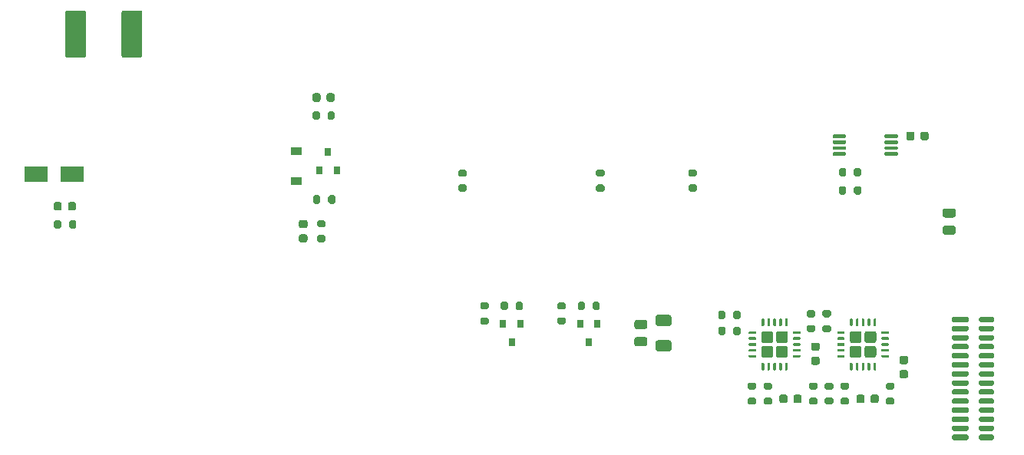
<source format=gbr>
%TF.GenerationSoftware,KiCad,Pcbnew,5.1.10*%
%TF.CreationDate,2021-12-07T00:10:18-05:00*%
%TF.ProjectId,oven-controller,6f76656e-2d63-46f6-9e74-726f6c6c6572,rev?*%
%TF.SameCoordinates,Original*%
%TF.FileFunction,Paste,Top*%
%TF.FilePolarity,Positive*%
%FSLAX46Y46*%
G04 Gerber Fmt 4.6, Leading zero omitted, Abs format (unit mm)*
G04 Created by KiCad (PCBNEW 5.1.10) date 2021-12-07 00:10:18*
%MOMM*%
%LPD*%
G01*
G04 APERTURE LIST*
%ADD10R,2.500000X1.800000*%
%ADD11R,1.200000X0.900000*%
%ADD12R,0.800000X0.900000*%
G04 APERTURE END LIST*
%TO.C,L2*%
G36*
G01*
X158950000Y-107870000D02*
X158950000Y-103130000D01*
G75*
G02*
X159180000Y-102900000I230000J0D01*
G01*
X161020000Y-102900000D01*
G75*
G02*
X161250000Y-103130000I0J-230000D01*
G01*
X161250000Y-107870000D01*
G75*
G02*
X161020000Y-108100000I-230000J0D01*
G01*
X159180000Y-108100000D01*
G75*
G02*
X158950000Y-107870000I0J230000D01*
G01*
G37*
G36*
G01*
X152750000Y-107870000D02*
X152750000Y-103130000D01*
G75*
G02*
X152980000Y-102900000I230000J0D01*
G01*
X154820000Y-102900000D01*
G75*
G02*
X155050000Y-103130000I0J-230000D01*
G01*
X155050000Y-107870000D01*
G75*
G02*
X154820000Y-108100000I-230000J0D01*
G01*
X152980000Y-108100000D01*
G75*
G02*
X152750000Y-107870000I0J230000D01*
G01*
G37*
%TD*%
%TO.C,C8*%
G36*
G01*
X235250000Y-141100000D02*
X235750000Y-141100000D01*
G75*
G02*
X235975000Y-141325000I0J-225000D01*
G01*
X235975000Y-141775000D01*
G75*
G02*
X235750000Y-142000000I-225000J0D01*
G01*
X235250000Y-142000000D01*
G75*
G02*
X235025000Y-141775000I0J225000D01*
G01*
X235025000Y-141325000D01*
G75*
G02*
X235250000Y-141100000I225000J0D01*
G01*
G37*
G36*
G01*
X235250000Y-139550000D02*
X235750000Y-139550000D01*
G75*
G02*
X235975000Y-139775000I0J-225000D01*
G01*
X235975000Y-140225000D01*
G75*
G02*
X235750000Y-140450000I-225000J0D01*
G01*
X235250000Y-140450000D01*
G75*
G02*
X235025000Y-140225000I0J225000D01*
G01*
X235025000Y-139775000D01*
G75*
G02*
X235250000Y-139550000I225000J0D01*
G01*
G37*
%TD*%
%TO.C,C9*%
G36*
G01*
X245000000Y-142575000D02*
X245500000Y-142575000D01*
G75*
G02*
X245725000Y-142800000I0J-225000D01*
G01*
X245725000Y-143250000D01*
G75*
G02*
X245500000Y-143475000I-225000J0D01*
G01*
X245000000Y-143475000D01*
G75*
G02*
X244775000Y-143250000I0J225000D01*
G01*
X244775000Y-142800000D01*
G75*
G02*
X245000000Y-142575000I225000J0D01*
G01*
G37*
G36*
G01*
X245000000Y-141025000D02*
X245500000Y-141025000D01*
G75*
G02*
X245725000Y-141250000I0J-225000D01*
G01*
X245725000Y-141700000D01*
G75*
G02*
X245500000Y-141925000I-225000J0D01*
G01*
X245000000Y-141925000D01*
G75*
G02*
X244775000Y-141700000I0J225000D01*
G01*
X244775000Y-141250000D01*
G75*
G02*
X245000000Y-141025000I225000J0D01*
G01*
G37*
%TD*%
%TO.C,C10*%
G36*
G01*
X233075000Y-146000000D02*
X233075000Y-145500000D01*
G75*
G02*
X233300000Y-145275000I225000J0D01*
G01*
X233750000Y-145275000D01*
G75*
G02*
X233975000Y-145500000I0J-225000D01*
G01*
X233975000Y-146000000D01*
G75*
G02*
X233750000Y-146225000I-225000J0D01*
G01*
X233300000Y-146225000D01*
G75*
G02*
X233075000Y-146000000I0J225000D01*
G01*
G37*
G36*
G01*
X231525000Y-146000000D02*
X231525000Y-145500000D01*
G75*
G02*
X231750000Y-145275000I225000J0D01*
G01*
X232200000Y-145275000D01*
G75*
G02*
X232425000Y-145500000I0J-225000D01*
G01*
X232425000Y-146000000D01*
G75*
G02*
X232200000Y-146225000I-225000J0D01*
G01*
X231750000Y-146225000D01*
G75*
G02*
X231525000Y-146000000I0J225000D01*
G01*
G37*
%TD*%
%TO.C,C12*%
G36*
G01*
X181575000Y-112750000D02*
X181575000Y-112250000D01*
G75*
G02*
X181800000Y-112025000I225000J0D01*
G01*
X182250000Y-112025000D01*
G75*
G02*
X182475000Y-112250000I0J-225000D01*
G01*
X182475000Y-112750000D01*
G75*
G02*
X182250000Y-112975000I-225000J0D01*
G01*
X181800000Y-112975000D01*
G75*
G02*
X181575000Y-112750000I0J225000D01*
G01*
G37*
G36*
G01*
X180025000Y-112750000D02*
X180025000Y-112250000D01*
G75*
G02*
X180250000Y-112025000I225000J0D01*
G01*
X180700000Y-112025000D01*
G75*
G02*
X180925000Y-112250000I0J-225000D01*
G01*
X180925000Y-112750000D01*
G75*
G02*
X180700000Y-112975000I-225000J0D01*
G01*
X180250000Y-112975000D01*
G75*
G02*
X180025000Y-112750000I0J225000D01*
G01*
G37*
%TD*%
%TO.C,C11*%
G36*
G01*
X241575000Y-146000000D02*
X241575000Y-145500000D01*
G75*
G02*
X241800000Y-145275000I225000J0D01*
G01*
X242250000Y-145275000D01*
G75*
G02*
X242475000Y-145500000I0J-225000D01*
G01*
X242475000Y-146000000D01*
G75*
G02*
X242250000Y-146225000I-225000J0D01*
G01*
X241800000Y-146225000D01*
G75*
G02*
X241575000Y-146000000I0J225000D01*
G01*
G37*
G36*
G01*
X240025000Y-146000000D02*
X240025000Y-145500000D01*
G75*
G02*
X240250000Y-145275000I225000J0D01*
G01*
X240700000Y-145275000D01*
G75*
G02*
X240925000Y-145500000I0J-225000D01*
G01*
X240925000Y-146000000D01*
G75*
G02*
X240700000Y-146225000I-225000J0D01*
G01*
X240250000Y-146225000D01*
G75*
G02*
X240025000Y-146000000I0J225000D01*
G01*
G37*
%TD*%
%TO.C,C13*%
G36*
G01*
X247075000Y-117000000D02*
X247075000Y-116500000D01*
G75*
G02*
X247300000Y-116275000I225000J0D01*
G01*
X247750000Y-116275000D01*
G75*
G02*
X247975000Y-116500000I0J-225000D01*
G01*
X247975000Y-117000000D01*
G75*
G02*
X247750000Y-117225000I-225000J0D01*
G01*
X247300000Y-117225000D01*
G75*
G02*
X247075000Y-117000000I0J225000D01*
G01*
G37*
G36*
G01*
X245525000Y-117000000D02*
X245525000Y-116500000D01*
G75*
G02*
X245750000Y-116275000I225000J0D01*
G01*
X246200000Y-116275000D01*
G75*
G02*
X246425000Y-116500000I0J-225000D01*
G01*
X246425000Y-117000000D01*
G75*
G02*
X246200000Y-117225000I-225000J0D01*
G01*
X245750000Y-117225000D01*
G75*
G02*
X245525000Y-117000000I0J225000D01*
G01*
G37*
%TD*%
%TO.C,D2*%
G36*
G01*
X153062500Y-124756250D02*
X153062500Y-124243750D01*
G75*
G02*
X153281250Y-124025000I218750J0D01*
G01*
X153718750Y-124025000D01*
G75*
G02*
X153937500Y-124243750I0J-218750D01*
G01*
X153937500Y-124756250D01*
G75*
G02*
X153718750Y-124975000I-218750J0D01*
G01*
X153281250Y-124975000D01*
G75*
G02*
X153062500Y-124756250I0J218750D01*
G01*
G37*
G36*
G01*
X151487500Y-124756250D02*
X151487500Y-124243750D01*
G75*
G02*
X151706250Y-124025000I218750J0D01*
G01*
X152143750Y-124025000D01*
G75*
G02*
X152362500Y-124243750I0J-218750D01*
G01*
X152362500Y-124756250D01*
G75*
G02*
X152143750Y-124975000I-218750J0D01*
G01*
X151706250Y-124975000D01*
G75*
G02*
X151487500Y-124756250I0J218750D01*
G01*
G37*
%TD*%
D10*
%TO.C,D3*%
X149500000Y-121000000D03*
X153500000Y-121000000D03*
%TD*%
D11*
%TO.C,D1*%
X178250000Y-118450000D03*
X178250000Y-121750000D03*
%TD*%
%TO.C,D4*%
G36*
G01*
X179256250Y-126900000D02*
X178743750Y-126900000D01*
G75*
G02*
X178525000Y-126681250I0J218750D01*
G01*
X178525000Y-126243750D01*
G75*
G02*
X178743750Y-126025000I218750J0D01*
G01*
X179256250Y-126025000D01*
G75*
G02*
X179475000Y-126243750I0J-218750D01*
G01*
X179475000Y-126681250D01*
G75*
G02*
X179256250Y-126900000I-218750J0D01*
G01*
G37*
G36*
G01*
X179256250Y-128475000D02*
X178743750Y-128475000D01*
G75*
G02*
X178525000Y-128256250I0J218750D01*
G01*
X178525000Y-127818750D01*
G75*
G02*
X178743750Y-127600000I218750J0D01*
G01*
X179256250Y-127600000D01*
G75*
G02*
X179475000Y-127818750I0J-218750D01*
G01*
X179475000Y-128256250D01*
G75*
G02*
X179256250Y-128475000I-218750J0D01*
G01*
G37*
%TD*%
%TO.C,F2*%
G36*
G01*
X219375000Y-137725000D02*
X218125000Y-137725000D01*
G75*
G02*
X217875000Y-137475000I0J250000D01*
G01*
X217875000Y-136725000D01*
G75*
G02*
X218125000Y-136475000I250000J0D01*
G01*
X219375000Y-136475000D01*
G75*
G02*
X219625000Y-136725000I0J-250000D01*
G01*
X219625000Y-137475000D01*
G75*
G02*
X219375000Y-137725000I-250000J0D01*
G01*
G37*
G36*
G01*
X219375000Y-140525000D02*
X218125000Y-140525000D01*
G75*
G02*
X217875000Y-140275000I0J250000D01*
G01*
X217875000Y-139525000D01*
G75*
G02*
X218125000Y-139275000I250000J0D01*
G01*
X219375000Y-139275000D01*
G75*
G02*
X219625000Y-139525000I0J-250000D01*
G01*
X219625000Y-140275000D01*
G75*
G02*
X219375000Y-140525000I-250000J0D01*
G01*
G37*
%TD*%
%TO.C,R6*%
G36*
G01*
X196300000Y-122100000D02*
X196850000Y-122100000D01*
G75*
G02*
X197050000Y-122300000I0J-200000D01*
G01*
X197050000Y-122700000D01*
G75*
G02*
X196850000Y-122900000I-200000J0D01*
G01*
X196300000Y-122900000D01*
G75*
G02*
X196100000Y-122700000I0J200000D01*
G01*
X196100000Y-122300000D01*
G75*
G02*
X196300000Y-122100000I200000J0D01*
G01*
G37*
G36*
G01*
X196300000Y-120450000D02*
X196850000Y-120450000D01*
G75*
G02*
X197050000Y-120650000I0J-200000D01*
G01*
X197050000Y-121050000D01*
G75*
G02*
X196850000Y-121250000I-200000J0D01*
G01*
X196300000Y-121250000D01*
G75*
G02*
X196100000Y-121050000I0J200000D01*
G01*
X196100000Y-120650000D01*
G75*
G02*
X196300000Y-120450000I200000J0D01*
G01*
G37*
%TD*%
%TO.C,R20*%
G36*
G01*
X210075000Y-135225000D02*
X210075000Y-135775000D01*
G75*
G02*
X209875000Y-135975000I-200000J0D01*
G01*
X209475000Y-135975000D01*
G75*
G02*
X209275000Y-135775000I0J200000D01*
G01*
X209275000Y-135225000D01*
G75*
G02*
X209475000Y-135025000I200000J0D01*
G01*
X209875000Y-135025000D01*
G75*
G02*
X210075000Y-135225000I0J-200000D01*
G01*
G37*
G36*
G01*
X211725000Y-135225000D02*
X211725000Y-135775000D01*
G75*
G02*
X211525000Y-135975000I-200000J0D01*
G01*
X211125000Y-135975000D01*
G75*
G02*
X210925000Y-135775000I0J200000D01*
G01*
X210925000Y-135225000D01*
G75*
G02*
X211125000Y-135025000I200000J0D01*
G01*
X211525000Y-135025000D01*
G75*
G02*
X211725000Y-135225000I0J-200000D01*
G01*
G37*
%TD*%
%TO.C,R21*%
G36*
G01*
X207225000Y-136750000D02*
X207775000Y-136750000D01*
G75*
G02*
X207975000Y-136950000I0J-200000D01*
G01*
X207975000Y-137350000D01*
G75*
G02*
X207775000Y-137550000I-200000J0D01*
G01*
X207225000Y-137550000D01*
G75*
G02*
X207025000Y-137350000I0J200000D01*
G01*
X207025000Y-136950000D01*
G75*
G02*
X207225000Y-136750000I200000J0D01*
G01*
G37*
G36*
G01*
X207225000Y-135100000D02*
X207775000Y-135100000D01*
G75*
G02*
X207975000Y-135300000I0J-200000D01*
G01*
X207975000Y-135700000D01*
G75*
G02*
X207775000Y-135900000I-200000J0D01*
G01*
X207225000Y-135900000D01*
G75*
G02*
X207025000Y-135700000I0J200000D01*
G01*
X207025000Y-135300000D01*
G75*
G02*
X207225000Y-135100000I200000J0D01*
G01*
G37*
%TD*%
%TO.C,R4*%
G36*
G01*
X153175000Y-126775000D02*
X153175000Y-126225000D01*
G75*
G02*
X153375000Y-126025000I200000J0D01*
G01*
X153775000Y-126025000D01*
G75*
G02*
X153975000Y-126225000I0J-200000D01*
G01*
X153975000Y-126775000D01*
G75*
G02*
X153775000Y-126975000I-200000J0D01*
G01*
X153375000Y-126975000D01*
G75*
G02*
X153175000Y-126775000I0J200000D01*
G01*
G37*
G36*
G01*
X151525000Y-126775000D02*
X151525000Y-126225000D01*
G75*
G02*
X151725000Y-126025000I200000J0D01*
G01*
X152125000Y-126025000D01*
G75*
G02*
X152325000Y-126225000I0J-200000D01*
G01*
X152325000Y-126775000D01*
G75*
G02*
X152125000Y-126975000I-200000J0D01*
G01*
X151725000Y-126975000D01*
G75*
G02*
X151525000Y-126775000I0J200000D01*
G01*
G37*
%TD*%
%TO.C,R15*%
G36*
G01*
X201575000Y-135225000D02*
X201575000Y-135775000D01*
G75*
G02*
X201375000Y-135975000I-200000J0D01*
G01*
X200975000Y-135975000D01*
G75*
G02*
X200775000Y-135775000I0J200000D01*
G01*
X200775000Y-135225000D01*
G75*
G02*
X200975000Y-135025000I200000J0D01*
G01*
X201375000Y-135025000D01*
G75*
G02*
X201575000Y-135225000I0J-200000D01*
G01*
G37*
G36*
G01*
X203225000Y-135225000D02*
X203225000Y-135775000D01*
G75*
G02*
X203025000Y-135975000I-200000J0D01*
G01*
X202625000Y-135975000D01*
G75*
G02*
X202425000Y-135775000I0J200000D01*
G01*
X202425000Y-135225000D01*
G75*
G02*
X202625000Y-135025000I200000J0D01*
G01*
X203025000Y-135025000D01*
G75*
G02*
X203225000Y-135225000I0J-200000D01*
G01*
G37*
%TD*%
%TO.C,R17*%
G36*
G01*
X198725000Y-136750000D02*
X199275000Y-136750000D01*
G75*
G02*
X199475000Y-136950000I0J-200000D01*
G01*
X199475000Y-137350000D01*
G75*
G02*
X199275000Y-137550000I-200000J0D01*
G01*
X198725000Y-137550000D01*
G75*
G02*
X198525000Y-137350000I0J200000D01*
G01*
X198525000Y-136950000D01*
G75*
G02*
X198725000Y-136750000I200000J0D01*
G01*
G37*
G36*
G01*
X198725000Y-135100000D02*
X199275000Y-135100000D01*
G75*
G02*
X199475000Y-135300000I0J-200000D01*
G01*
X199475000Y-135700000D01*
G75*
G02*
X199275000Y-135900000I-200000J0D01*
G01*
X198725000Y-135900000D01*
G75*
G02*
X198525000Y-135700000I0J200000D01*
G01*
X198525000Y-135300000D01*
G75*
G02*
X198725000Y-135100000I200000J0D01*
G01*
G37*
%TD*%
%TO.C,R7*%
G36*
G01*
X221675000Y-122100000D02*
X222225000Y-122100000D01*
G75*
G02*
X222425000Y-122300000I0J-200000D01*
G01*
X222425000Y-122700000D01*
G75*
G02*
X222225000Y-122900000I-200000J0D01*
G01*
X221675000Y-122900000D01*
G75*
G02*
X221475000Y-122700000I0J200000D01*
G01*
X221475000Y-122300000D01*
G75*
G02*
X221675000Y-122100000I200000J0D01*
G01*
G37*
G36*
G01*
X221675000Y-120450000D02*
X222225000Y-120450000D01*
G75*
G02*
X222425000Y-120650000I0J-200000D01*
G01*
X222425000Y-121050000D01*
G75*
G02*
X222225000Y-121250000I-200000J0D01*
G01*
X221675000Y-121250000D01*
G75*
G02*
X221475000Y-121050000I0J200000D01*
G01*
X221475000Y-120650000D01*
G75*
G02*
X221675000Y-120450000I200000J0D01*
G01*
G37*
%TD*%
%TO.C,R11*%
G36*
G01*
X228775000Y-144750000D02*
X228225000Y-144750000D01*
G75*
G02*
X228025000Y-144550000I0J200000D01*
G01*
X228025000Y-144150000D01*
G75*
G02*
X228225000Y-143950000I200000J0D01*
G01*
X228775000Y-143950000D01*
G75*
G02*
X228975000Y-144150000I0J-200000D01*
G01*
X228975000Y-144550000D01*
G75*
G02*
X228775000Y-144750000I-200000J0D01*
G01*
G37*
G36*
G01*
X228775000Y-146400000D02*
X228225000Y-146400000D01*
G75*
G02*
X228025000Y-146200000I0J200000D01*
G01*
X228025000Y-145800000D01*
G75*
G02*
X228225000Y-145600000I200000J0D01*
G01*
X228775000Y-145600000D01*
G75*
G02*
X228975000Y-145800000I0J-200000D01*
G01*
X228975000Y-146200000D01*
G75*
G02*
X228775000Y-146400000I-200000J0D01*
G01*
G37*
%TD*%
%TO.C,R12*%
G36*
G01*
X229975000Y-145600000D02*
X230525000Y-145600000D01*
G75*
G02*
X230725000Y-145800000I0J-200000D01*
G01*
X230725000Y-146200000D01*
G75*
G02*
X230525000Y-146400000I-200000J0D01*
G01*
X229975000Y-146400000D01*
G75*
G02*
X229775000Y-146200000I0J200000D01*
G01*
X229775000Y-145800000D01*
G75*
G02*
X229975000Y-145600000I200000J0D01*
G01*
G37*
G36*
G01*
X229975000Y-143950000D02*
X230525000Y-143950000D01*
G75*
G02*
X230725000Y-144150000I0J-200000D01*
G01*
X230725000Y-144550000D01*
G75*
G02*
X230525000Y-144750000I-200000J0D01*
G01*
X229975000Y-144750000D01*
G75*
G02*
X229775000Y-144550000I0J200000D01*
G01*
X229775000Y-144150000D01*
G75*
G02*
X229975000Y-143950000I200000J0D01*
G01*
G37*
%TD*%
%TO.C,R3*%
G36*
G01*
X181750000Y-124025000D02*
X181750000Y-123475000D01*
G75*
G02*
X181950000Y-123275000I200000J0D01*
G01*
X182350000Y-123275000D01*
G75*
G02*
X182550000Y-123475000I0J-200000D01*
G01*
X182550000Y-124025000D01*
G75*
G02*
X182350000Y-124225000I-200000J0D01*
G01*
X181950000Y-124225000D01*
G75*
G02*
X181750000Y-124025000I0J200000D01*
G01*
G37*
G36*
G01*
X180100000Y-124025000D02*
X180100000Y-123475000D01*
G75*
G02*
X180300000Y-123275000I200000J0D01*
G01*
X180700000Y-123275000D01*
G75*
G02*
X180900000Y-123475000I0J-200000D01*
G01*
X180900000Y-124025000D01*
G75*
G02*
X180700000Y-124225000I-200000J0D01*
G01*
X180300000Y-124225000D01*
G75*
G02*
X180100000Y-124025000I0J200000D01*
G01*
G37*
%TD*%
%TO.C,R5*%
G36*
G01*
X180725000Y-127675000D02*
X181275000Y-127675000D01*
G75*
G02*
X181475000Y-127875000I0J-200000D01*
G01*
X181475000Y-128275000D01*
G75*
G02*
X181275000Y-128475000I-200000J0D01*
G01*
X180725000Y-128475000D01*
G75*
G02*
X180525000Y-128275000I0J200000D01*
G01*
X180525000Y-127875000D01*
G75*
G02*
X180725000Y-127675000I200000J0D01*
G01*
G37*
G36*
G01*
X180725000Y-126025000D02*
X181275000Y-126025000D01*
G75*
G02*
X181475000Y-126225000I0J-200000D01*
G01*
X181475000Y-126625000D01*
G75*
G02*
X181275000Y-126825000I-200000J0D01*
G01*
X180725000Y-126825000D01*
G75*
G02*
X180525000Y-126625000I0J200000D01*
G01*
X180525000Y-126225000D01*
G75*
G02*
X180725000Y-126025000I200000J0D01*
G01*
G37*
%TD*%
%TO.C,R13*%
G36*
G01*
X226425000Y-136775000D02*
X226425000Y-136225000D01*
G75*
G02*
X226625000Y-136025000I200000J0D01*
G01*
X227025000Y-136025000D01*
G75*
G02*
X227225000Y-136225000I0J-200000D01*
G01*
X227225000Y-136775000D01*
G75*
G02*
X227025000Y-136975000I-200000J0D01*
G01*
X226625000Y-136975000D01*
G75*
G02*
X226425000Y-136775000I0J200000D01*
G01*
G37*
G36*
G01*
X224775000Y-136775000D02*
X224775000Y-136225000D01*
G75*
G02*
X224975000Y-136025000I200000J0D01*
G01*
X225375000Y-136025000D01*
G75*
G02*
X225575000Y-136225000I0J-200000D01*
G01*
X225575000Y-136775000D01*
G75*
G02*
X225375000Y-136975000I-200000J0D01*
G01*
X224975000Y-136975000D01*
G75*
G02*
X224775000Y-136775000I0J200000D01*
G01*
G37*
%TD*%
%TO.C,R14*%
G36*
G01*
X235525000Y-144750000D02*
X234975000Y-144750000D01*
G75*
G02*
X234775000Y-144550000I0J200000D01*
G01*
X234775000Y-144150000D01*
G75*
G02*
X234975000Y-143950000I200000J0D01*
G01*
X235525000Y-143950000D01*
G75*
G02*
X235725000Y-144150000I0J-200000D01*
G01*
X235725000Y-144550000D01*
G75*
G02*
X235525000Y-144750000I-200000J0D01*
G01*
G37*
G36*
G01*
X235525000Y-146400000D02*
X234975000Y-146400000D01*
G75*
G02*
X234775000Y-146200000I0J200000D01*
G01*
X234775000Y-145800000D01*
G75*
G02*
X234975000Y-145600000I200000J0D01*
G01*
X235525000Y-145600000D01*
G75*
G02*
X235725000Y-145800000I0J-200000D01*
G01*
X235725000Y-146200000D01*
G75*
G02*
X235525000Y-146400000I-200000J0D01*
G01*
G37*
%TD*%
%TO.C,R16*%
G36*
G01*
X225575000Y-137975000D02*
X225575000Y-138525000D01*
G75*
G02*
X225375000Y-138725000I-200000J0D01*
G01*
X224975000Y-138725000D01*
G75*
G02*
X224775000Y-138525000I0J200000D01*
G01*
X224775000Y-137975000D01*
G75*
G02*
X224975000Y-137775000I200000J0D01*
G01*
X225375000Y-137775000D01*
G75*
G02*
X225575000Y-137975000I0J-200000D01*
G01*
G37*
G36*
G01*
X227225000Y-137975000D02*
X227225000Y-138525000D01*
G75*
G02*
X227025000Y-138725000I-200000J0D01*
G01*
X226625000Y-138725000D01*
G75*
G02*
X226425000Y-138525000I0J200000D01*
G01*
X226425000Y-137975000D01*
G75*
G02*
X226625000Y-137775000I200000J0D01*
G01*
X227025000Y-137775000D01*
G75*
G02*
X227225000Y-137975000I0J-200000D01*
G01*
G37*
%TD*%
%TO.C,R22*%
G36*
G01*
X181675000Y-114775000D02*
X181675000Y-114225000D01*
G75*
G02*
X181875000Y-114025000I200000J0D01*
G01*
X182275000Y-114025000D01*
G75*
G02*
X182475000Y-114225000I0J-200000D01*
G01*
X182475000Y-114775000D01*
G75*
G02*
X182275000Y-114975000I-200000J0D01*
G01*
X181875000Y-114975000D01*
G75*
G02*
X181675000Y-114775000I0J200000D01*
G01*
G37*
G36*
G01*
X180025000Y-114775000D02*
X180025000Y-114225000D01*
G75*
G02*
X180225000Y-114025000I200000J0D01*
G01*
X180625000Y-114025000D01*
G75*
G02*
X180825000Y-114225000I0J-200000D01*
G01*
X180825000Y-114775000D01*
G75*
G02*
X180625000Y-114975000I-200000J0D01*
G01*
X180225000Y-114975000D01*
G75*
G02*
X180025000Y-114775000I0J200000D01*
G01*
G37*
%TD*%
%TO.C,R18*%
G36*
G01*
X237275000Y-144750000D02*
X236725000Y-144750000D01*
G75*
G02*
X236525000Y-144550000I0J200000D01*
G01*
X236525000Y-144150000D01*
G75*
G02*
X236725000Y-143950000I200000J0D01*
G01*
X237275000Y-143950000D01*
G75*
G02*
X237475000Y-144150000I0J-200000D01*
G01*
X237475000Y-144550000D01*
G75*
G02*
X237275000Y-144750000I-200000J0D01*
G01*
G37*
G36*
G01*
X237275000Y-146400000D02*
X236725000Y-146400000D01*
G75*
G02*
X236525000Y-146200000I0J200000D01*
G01*
X236525000Y-145800000D01*
G75*
G02*
X236725000Y-145600000I200000J0D01*
G01*
X237275000Y-145600000D01*
G75*
G02*
X237475000Y-145800000I0J-200000D01*
G01*
X237475000Y-146200000D01*
G75*
G02*
X237275000Y-146400000I-200000J0D01*
G01*
G37*
%TD*%
%TO.C,R19*%
G36*
G01*
X238475000Y-145600000D02*
X239025000Y-145600000D01*
G75*
G02*
X239225000Y-145800000I0J-200000D01*
G01*
X239225000Y-146200000D01*
G75*
G02*
X239025000Y-146400000I-200000J0D01*
G01*
X238475000Y-146400000D01*
G75*
G02*
X238275000Y-146200000I0J200000D01*
G01*
X238275000Y-145800000D01*
G75*
G02*
X238475000Y-145600000I200000J0D01*
G01*
G37*
G36*
G01*
X238475000Y-143950000D02*
X239025000Y-143950000D01*
G75*
G02*
X239225000Y-144150000I0J-200000D01*
G01*
X239225000Y-144550000D01*
G75*
G02*
X239025000Y-144750000I-200000J0D01*
G01*
X238475000Y-144750000D01*
G75*
G02*
X238275000Y-144550000I0J200000D01*
G01*
X238275000Y-144150000D01*
G75*
G02*
X238475000Y-143950000I200000J0D01*
G01*
G37*
%TD*%
%TO.C,R23*%
G36*
G01*
X234725000Y-137600000D02*
X235275000Y-137600000D01*
G75*
G02*
X235475000Y-137800000I0J-200000D01*
G01*
X235475000Y-138200000D01*
G75*
G02*
X235275000Y-138400000I-200000J0D01*
G01*
X234725000Y-138400000D01*
G75*
G02*
X234525000Y-138200000I0J200000D01*
G01*
X234525000Y-137800000D01*
G75*
G02*
X234725000Y-137600000I200000J0D01*
G01*
G37*
G36*
G01*
X234725000Y-135950000D02*
X235275000Y-135950000D01*
G75*
G02*
X235475000Y-136150000I0J-200000D01*
G01*
X235475000Y-136550000D01*
G75*
G02*
X235275000Y-136750000I-200000J0D01*
G01*
X234725000Y-136750000D01*
G75*
G02*
X234525000Y-136550000I0J200000D01*
G01*
X234525000Y-136150000D01*
G75*
G02*
X234725000Y-135950000I200000J0D01*
G01*
G37*
%TD*%
%TO.C,R24*%
G36*
G01*
X244025000Y-144750000D02*
X243475000Y-144750000D01*
G75*
G02*
X243275000Y-144550000I0J200000D01*
G01*
X243275000Y-144150000D01*
G75*
G02*
X243475000Y-143950000I200000J0D01*
G01*
X244025000Y-143950000D01*
G75*
G02*
X244225000Y-144150000I0J-200000D01*
G01*
X244225000Y-144550000D01*
G75*
G02*
X244025000Y-144750000I-200000J0D01*
G01*
G37*
G36*
G01*
X244025000Y-146400000D02*
X243475000Y-146400000D01*
G75*
G02*
X243275000Y-146200000I0J200000D01*
G01*
X243275000Y-145800000D01*
G75*
G02*
X243475000Y-145600000I200000J0D01*
G01*
X244025000Y-145600000D01*
G75*
G02*
X244225000Y-145800000I0J-200000D01*
G01*
X244225000Y-146200000D01*
G75*
G02*
X244025000Y-146400000I-200000J0D01*
G01*
G37*
%TD*%
%TO.C,R25*%
G36*
G01*
X237025000Y-136750000D02*
X236475000Y-136750000D01*
G75*
G02*
X236275000Y-136550000I0J200000D01*
G01*
X236275000Y-136150000D01*
G75*
G02*
X236475000Y-135950000I200000J0D01*
G01*
X237025000Y-135950000D01*
G75*
G02*
X237225000Y-136150000I0J-200000D01*
G01*
X237225000Y-136550000D01*
G75*
G02*
X237025000Y-136750000I-200000J0D01*
G01*
G37*
G36*
G01*
X237025000Y-138400000D02*
X236475000Y-138400000D01*
G75*
G02*
X236275000Y-138200000I0J200000D01*
G01*
X236275000Y-137800000D01*
G75*
G02*
X236475000Y-137600000I200000J0D01*
G01*
X237025000Y-137600000D01*
G75*
G02*
X237225000Y-137800000I0J-200000D01*
G01*
X237225000Y-138200000D01*
G75*
G02*
X237025000Y-138400000I-200000J0D01*
G01*
G37*
%TD*%
%TO.C,U2*%
G36*
G01*
X232215000Y-139595000D02*
X231405000Y-139595000D01*
G75*
G02*
X231155000Y-139345000I0J250000D01*
G01*
X231155000Y-138535000D01*
G75*
G02*
X231405000Y-138285000I250000J0D01*
G01*
X232215000Y-138285000D01*
G75*
G02*
X232465000Y-138535000I0J-250000D01*
G01*
X232465000Y-139345000D01*
G75*
G02*
X232215000Y-139595000I-250000J0D01*
G01*
G37*
G36*
G01*
X230595000Y-139595000D02*
X229785000Y-139595000D01*
G75*
G02*
X229535000Y-139345000I0J250000D01*
G01*
X229535000Y-138535000D01*
G75*
G02*
X229785000Y-138285000I250000J0D01*
G01*
X230595000Y-138285000D01*
G75*
G02*
X230845000Y-138535000I0J-250000D01*
G01*
X230845000Y-139345000D01*
G75*
G02*
X230595000Y-139595000I-250000J0D01*
G01*
G37*
G36*
G01*
X232215000Y-141215000D02*
X231405000Y-141215000D01*
G75*
G02*
X231155000Y-140965000I0J250000D01*
G01*
X231155000Y-140155000D01*
G75*
G02*
X231405000Y-139905000I250000J0D01*
G01*
X232215000Y-139905000D01*
G75*
G02*
X232465000Y-140155000I0J-250000D01*
G01*
X232465000Y-140965000D01*
G75*
G02*
X232215000Y-141215000I-250000J0D01*
G01*
G37*
G36*
G01*
X230595000Y-141215000D02*
X229785000Y-141215000D01*
G75*
G02*
X229535000Y-140965000I0J250000D01*
G01*
X229535000Y-140155000D01*
G75*
G02*
X229785000Y-139905000I250000J0D01*
G01*
X230595000Y-139905000D01*
G75*
G02*
X230845000Y-140155000I0J-250000D01*
G01*
X230845000Y-140965000D01*
G75*
G02*
X230595000Y-141215000I-250000J0D01*
G01*
G37*
G36*
G01*
X228900000Y-141200000D02*
X228225000Y-141200000D01*
G75*
G02*
X228150000Y-141125000I0J75000D01*
G01*
X228150000Y-140975000D01*
G75*
G02*
X228225000Y-140900000I75000J0D01*
G01*
X228900000Y-140900000D01*
G75*
G02*
X228975000Y-140975000I0J-75000D01*
G01*
X228975000Y-141125000D01*
G75*
G02*
X228900000Y-141200000I-75000J0D01*
G01*
G37*
G36*
G01*
X228900000Y-140550000D02*
X228225000Y-140550000D01*
G75*
G02*
X228150000Y-140475000I0J75000D01*
G01*
X228150000Y-140325000D01*
G75*
G02*
X228225000Y-140250000I75000J0D01*
G01*
X228900000Y-140250000D01*
G75*
G02*
X228975000Y-140325000I0J-75000D01*
G01*
X228975000Y-140475000D01*
G75*
G02*
X228900000Y-140550000I-75000J0D01*
G01*
G37*
G36*
G01*
X228900000Y-139900000D02*
X228225000Y-139900000D01*
G75*
G02*
X228150000Y-139825000I0J75000D01*
G01*
X228150000Y-139675000D01*
G75*
G02*
X228225000Y-139600000I75000J0D01*
G01*
X228900000Y-139600000D01*
G75*
G02*
X228975000Y-139675000I0J-75000D01*
G01*
X228975000Y-139825000D01*
G75*
G02*
X228900000Y-139900000I-75000J0D01*
G01*
G37*
G36*
G01*
X228900000Y-139250000D02*
X228225000Y-139250000D01*
G75*
G02*
X228150000Y-139175000I0J75000D01*
G01*
X228150000Y-139025000D01*
G75*
G02*
X228225000Y-138950000I75000J0D01*
G01*
X228900000Y-138950000D01*
G75*
G02*
X228975000Y-139025000I0J-75000D01*
G01*
X228975000Y-139175000D01*
G75*
G02*
X228900000Y-139250000I-75000J0D01*
G01*
G37*
G36*
G01*
X228900000Y-138600000D02*
X228225000Y-138600000D01*
G75*
G02*
X228150000Y-138525000I0J75000D01*
G01*
X228150000Y-138375000D01*
G75*
G02*
X228225000Y-138300000I75000J0D01*
G01*
X228900000Y-138300000D01*
G75*
G02*
X228975000Y-138375000I0J-75000D01*
G01*
X228975000Y-138525000D01*
G75*
G02*
X228900000Y-138600000I-75000J0D01*
G01*
G37*
G36*
G01*
X229775000Y-137725000D02*
X229625000Y-137725000D01*
G75*
G02*
X229550000Y-137650000I0J75000D01*
G01*
X229550000Y-136975000D01*
G75*
G02*
X229625000Y-136900000I75000J0D01*
G01*
X229775000Y-136900000D01*
G75*
G02*
X229850000Y-136975000I0J-75000D01*
G01*
X229850000Y-137650000D01*
G75*
G02*
X229775000Y-137725000I-75000J0D01*
G01*
G37*
G36*
G01*
X230425000Y-137725000D02*
X230275000Y-137725000D01*
G75*
G02*
X230200000Y-137650000I0J75000D01*
G01*
X230200000Y-136975000D01*
G75*
G02*
X230275000Y-136900000I75000J0D01*
G01*
X230425000Y-136900000D01*
G75*
G02*
X230500000Y-136975000I0J-75000D01*
G01*
X230500000Y-137650000D01*
G75*
G02*
X230425000Y-137725000I-75000J0D01*
G01*
G37*
G36*
G01*
X231075000Y-137725000D02*
X230925000Y-137725000D01*
G75*
G02*
X230850000Y-137650000I0J75000D01*
G01*
X230850000Y-136975000D01*
G75*
G02*
X230925000Y-136900000I75000J0D01*
G01*
X231075000Y-136900000D01*
G75*
G02*
X231150000Y-136975000I0J-75000D01*
G01*
X231150000Y-137650000D01*
G75*
G02*
X231075000Y-137725000I-75000J0D01*
G01*
G37*
G36*
G01*
X231725000Y-137725000D02*
X231575000Y-137725000D01*
G75*
G02*
X231500000Y-137650000I0J75000D01*
G01*
X231500000Y-136975000D01*
G75*
G02*
X231575000Y-136900000I75000J0D01*
G01*
X231725000Y-136900000D01*
G75*
G02*
X231800000Y-136975000I0J-75000D01*
G01*
X231800000Y-137650000D01*
G75*
G02*
X231725000Y-137725000I-75000J0D01*
G01*
G37*
G36*
G01*
X232375000Y-137725000D02*
X232225000Y-137725000D01*
G75*
G02*
X232150000Y-137650000I0J75000D01*
G01*
X232150000Y-136975000D01*
G75*
G02*
X232225000Y-136900000I75000J0D01*
G01*
X232375000Y-136900000D01*
G75*
G02*
X232450000Y-136975000I0J-75000D01*
G01*
X232450000Y-137650000D01*
G75*
G02*
X232375000Y-137725000I-75000J0D01*
G01*
G37*
G36*
G01*
X233775000Y-138600000D02*
X233100000Y-138600000D01*
G75*
G02*
X233025000Y-138525000I0J75000D01*
G01*
X233025000Y-138375000D01*
G75*
G02*
X233100000Y-138300000I75000J0D01*
G01*
X233775000Y-138300000D01*
G75*
G02*
X233850000Y-138375000I0J-75000D01*
G01*
X233850000Y-138525000D01*
G75*
G02*
X233775000Y-138600000I-75000J0D01*
G01*
G37*
G36*
G01*
X233775000Y-139250000D02*
X233100000Y-139250000D01*
G75*
G02*
X233025000Y-139175000I0J75000D01*
G01*
X233025000Y-139025000D01*
G75*
G02*
X233100000Y-138950000I75000J0D01*
G01*
X233775000Y-138950000D01*
G75*
G02*
X233850000Y-139025000I0J-75000D01*
G01*
X233850000Y-139175000D01*
G75*
G02*
X233775000Y-139250000I-75000J0D01*
G01*
G37*
G36*
G01*
X233775000Y-139900000D02*
X233100000Y-139900000D01*
G75*
G02*
X233025000Y-139825000I0J75000D01*
G01*
X233025000Y-139675000D01*
G75*
G02*
X233100000Y-139600000I75000J0D01*
G01*
X233775000Y-139600000D01*
G75*
G02*
X233850000Y-139675000I0J-75000D01*
G01*
X233850000Y-139825000D01*
G75*
G02*
X233775000Y-139900000I-75000J0D01*
G01*
G37*
G36*
G01*
X233775000Y-140550000D02*
X233100000Y-140550000D01*
G75*
G02*
X233025000Y-140475000I0J75000D01*
G01*
X233025000Y-140325000D01*
G75*
G02*
X233100000Y-140250000I75000J0D01*
G01*
X233775000Y-140250000D01*
G75*
G02*
X233850000Y-140325000I0J-75000D01*
G01*
X233850000Y-140475000D01*
G75*
G02*
X233775000Y-140550000I-75000J0D01*
G01*
G37*
G36*
G01*
X233775000Y-141200000D02*
X233100000Y-141200000D01*
G75*
G02*
X233025000Y-141125000I0J75000D01*
G01*
X233025000Y-140975000D01*
G75*
G02*
X233100000Y-140900000I75000J0D01*
G01*
X233775000Y-140900000D01*
G75*
G02*
X233850000Y-140975000I0J-75000D01*
G01*
X233850000Y-141125000D01*
G75*
G02*
X233775000Y-141200000I-75000J0D01*
G01*
G37*
G36*
G01*
X232375000Y-142600000D02*
X232225000Y-142600000D01*
G75*
G02*
X232150000Y-142525000I0J75000D01*
G01*
X232150000Y-141850000D01*
G75*
G02*
X232225000Y-141775000I75000J0D01*
G01*
X232375000Y-141775000D01*
G75*
G02*
X232450000Y-141850000I0J-75000D01*
G01*
X232450000Y-142525000D01*
G75*
G02*
X232375000Y-142600000I-75000J0D01*
G01*
G37*
G36*
G01*
X231725000Y-142600000D02*
X231575000Y-142600000D01*
G75*
G02*
X231500000Y-142525000I0J75000D01*
G01*
X231500000Y-141850000D01*
G75*
G02*
X231575000Y-141775000I75000J0D01*
G01*
X231725000Y-141775000D01*
G75*
G02*
X231800000Y-141850000I0J-75000D01*
G01*
X231800000Y-142525000D01*
G75*
G02*
X231725000Y-142600000I-75000J0D01*
G01*
G37*
G36*
G01*
X231075000Y-142600000D02*
X230925000Y-142600000D01*
G75*
G02*
X230850000Y-142525000I0J75000D01*
G01*
X230850000Y-141850000D01*
G75*
G02*
X230925000Y-141775000I75000J0D01*
G01*
X231075000Y-141775000D01*
G75*
G02*
X231150000Y-141850000I0J-75000D01*
G01*
X231150000Y-142525000D01*
G75*
G02*
X231075000Y-142600000I-75000J0D01*
G01*
G37*
G36*
G01*
X230425000Y-142600000D02*
X230275000Y-142600000D01*
G75*
G02*
X230200000Y-142525000I0J75000D01*
G01*
X230200000Y-141850000D01*
G75*
G02*
X230275000Y-141775000I75000J0D01*
G01*
X230425000Y-141775000D01*
G75*
G02*
X230500000Y-141850000I0J-75000D01*
G01*
X230500000Y-142525000D01*
G75*
G02*
X230425000Y-142600000I-75000J0D01*
G01*
G37*
G36*
G01*
X229775000Y-142600000D02*
X229625000Y-142600000D01*
G75*
G02*
X229550000Y-142525000I0J75000D01*
G01*
X229550000Y-141850000D01*
G75*
G02*
X229625000Y-141775000I75000J0D01*
G01*
X229775000Y-141775000D01*
G75*
G02*
X229850000Y-141850000I0J-75000D01*
G01*
X229850000Y-142525000D01*
G75*
G02*
X229775000Y-142600000I-75000J0D01*
G01*
G37*
%TD*%
%TO.C,U4*%
G36*
G01*
X243125000Y-116875000D02*
X243125000Y-116675000D01*
G75*
G02*
X243225000Y-116575000I100000J0D01*
G01*
X244500000Y-116575000D01*
G75*
G02*
X244600000Y-116675000I0J-100000D01*
G01*
X244600000Y-116875000D01*
G75*
G02*
X244500000Y-116975000I-100000J0D01*
G01*
X243225000Y-116975000D01*
G75*
G02*
X243125000Y-116875000I0J100000D01*
G01*
G37*
G36*
G01*
X243125000Y-117525000D02*
X243125000Y-117325000D01*
G75*
G02*
X243225000Y-117225000I100000J0D01*
G01*
X244500000Y-117225000D01*
G75*
G02*
X244600000Y-117325000I0J-100000D01*
G01*
X244600000Y-117525000D01*
G75*
G02*
X244500000Y-117625000I-100000J0D01*
G01*
X243225000Y-117625000D01*
G75*
G02*
X243125000Y-117525000I0J100000D01*
G01*
G37*
G36*
G01*
X243125000Y-118175000D02*
X243125000Y-117975000D01*
G75*
G02*
X243225000Y-117875000I100000J0D01*
G01*
X244500000Y-117875000D01*
G75*
G02*
X244600000Y-117975000I0J-100000D01*
G01*
X244600000Y-118175000D01*
G75*
G02*
X244500000Y-118275000I-100000J0D01*
G01*
X243225000Y-118275000D01*
G75*
G02*
X243125000Y-118175000I0J100000D01*
G01*
G37*
G36*
G01*
X243125000Y-118825000D02*
X243125000Y-118625000D01*
G75*
G02*
X243225000Y-118525000I100000J0D01*
G01*
X244500000Y-118525000D01*
G75*
G02*
X244600000Y-118625000I0J-100000D01*
G01*
X244600000Y-118825000D01*
G75*
G02*
X244500000Y-118925000I-100000J0D01*
G01*
X243225000Y-118925000D01*
G75*
G02*
X243125000Y-118825000I0J100000D01*
G01*
G37*
G36*
G01*
X237400000Y-118825000D02*
X237400000Y-118625000D01*
G75*
G02*
X237500000Y-118525000I100000J0D01*
G01*
X238775000Y-118525000D01*
G75*
G02*
X238875000Y-118625000I0J-100000D01*
G01*
X238875000Y-118825000D01*
G75*
G02*
X238775000Y-118925000I-100000J0D01*
G01*
X237500000Y-118925000D01*
G75*
G02*
X237400000Y-118825000I0J100000D01*
G01*
G37*
G36*
G01*
X237400000Y-118175000D02*
X237400000Y-117975000D01*
G75*
G02*
X237500000Y-117875000I100000J0D01*
G01*
X238775000Y-117875000D01*
G75*
G02*
X238875000Y-117975000I0J-100000D01*
G01*
X238875000Y-118175000D01*
G75*
G02*
X238775000Y-118275000I-100000J0D01*
G01*
X237500000Y-118275000D01*
G75*
G02*
X237400000Y-118175000I0J100000D01*
G01*
G37*
G36*
G01*
X237400000Y-117525000D02*
X237400000Y-117325000D01*
G75*
G02*
X237500000Y-117225000I100000J0D01*
G01*
X238775000Y-117225000D01*
G75*
G02*
X238875000Y-117325000I0J-100000D01*
G01*
X238875000Y-117525000D01*
G75*
G02*
X238775000Y-117625000I-100000J0D01*
G01*
X237500000Y-117625000D01*
G75*
G02*
X237400000Y-117525000I0J100000D01*
G01*
G37*
G36*
G01*
X237400000Y-116875000D02*
X237400000Y-116675000D01*
G75*
G02*
X237500000Y-116575000I100000J0D01*
G01*
X238775000Y-116575000D01*
G75*
G02*
X238875000Y-116675000I0J-100000D01*
G01*
X238875000Y-116875000D01*
G75*
G02*
X238775000Y-116975000I-100000J0D01*
G01*
X237500000Y-116975000D01*
G75*
G02*
X237400000Y-116875000I0J100000D01*
G01*
G37*
%TD*%
%TO.C,U5*%
G36*
G01*
X241965000Y-139595000D02*
X241155000Y-139595000D01*
G75*
G02*
X240905000Y-139345000I0J250000D01*
G01*
X240905000Y-138535000D01*
G75*
G02*
X241155000Y-138285000I250000J0D01*
G01*
X241965000Y-138285000D01*
G75*
G02*
X242215000Y-138535000I0J-250000D01*
G01*
X242215000Y-139345000D01*
G75*
G02*
X241965000Y-139595000I-250000J0D01*
G01*
G37*
G36*
G01*
X240345000Y-139595000D02*
X239535000Y-139595000D01*
G75*
G02*
X239285000Y-139345000I0J250000D01*
G01*
X239285000Y-138535000D01*
G75*
G02*
X239535000Y-138285000I250000J0D01*
G01*
X240345000Y-138285000D01*
G75*
G02*
X240595000Y-138535000I0J-250000D01*
G01*
X240595000Y-139345000D01*
G75*
G02*
X240345000Y-139595000I-250000J0D01*
G01*
G37*
G36*
G01*
X241965000Y-141215000D02*
X241155000Y-141215000D01*
G75*
G02*
X240905000Y-140965000I0J250000D01*
G01*
X240905000Y-140155000D01*
G75*
G02*
X241155000Y-139905000I250000J0D01*
G01*
X241965000Y-139905000D01*
G75*
G02*
X242215000Y-140155000I0J-250000D01*
G01*
X242215000Y-140965000D01*
G75*
G02*
X241965000Y-141215000I-250000J0D01*
G01*
G37*
G36*
G01*
X240345000Y-141215000D02*
X239535000Y-141215000D01*
G75*
G02*
X239285000Y-140965000I0J250000D01*
G01*
X239285000Y-140155000D01*
G75*
G02*
X239535000Y-139905000I250000J0D01*
G01*
X240345000Y-139905000D01*
G75*
G02*
X240595000Y-140155000I0J-250000D01*
G01*
X240595000Y-140965000D01*
G75*
G02*
X240345000Y-141215000I-250000J0D01*
G01*
G37*
G36*
G01*
X238650000Y-141200000D02*
X237975000Y-141200000D01*
G75*
G02*
X237900000Y-141125000I0J75000D01*
G01*
X237900000Y-140975000D01*
G75*
G02*
X237975000Y-140900000I75000J0D01*
G01*
X238650000Y-140900000D01*
G75*
G02*
X238725000Y-140975000I0J-75000D01*
G01*
X238725000Y-141125000D01*
G75*
G02*
X238650000Y-141200000I-75000J0D01*
G01*
G37*
G36*
G01*
X238650000Y-140550000D02*
X237975000Y-140550000D01*
G75*
G02*
X237900000Y-140475000I0J75000D01*
G01*
X237900000Y-140325000D01*
G75*
G02*
X237975000Y-140250000I75000J0D01*
G01*
X238650000Y-140250000D01*
G75*
G02*
X238725000Y-140325000I0J-75000D01*
G01*
X238725000Y-140475000D01*
G75*
G02*
X238650000Y-140550000I-75000J0D01*
G01*
G37*
G36*
G01*
X238650000Y-139900000D02*
X237975000Y-139900000D01*
G75*
G02*
X237900000Y-139825000I0J75000D01*
G01*
X237900000Y-139675000D01*
G75*
G02*
X237975000Y-139600000I75000J0D01*
G01*
X238650000Y-139600000D01*
G75*
G02*
X238725000Y-139675000I0J-75000D01*
G01*
X238725000Y-139825000D01*
G75*
G02*
X238650000Y-139900000I-75000J0D01*
G01*
G37*
G36*
G01*
X238650000Y-139250000D02*
X237975000Y-139250000D01*
G75*
G02*
X237900000Y-139175000I0J75000D01*
G01*
X237900000Y-139025000D01*
G75*
G02*
X237975000Y-138950000I75000J0D01*
G01*
X238650000Y-138950000D01*
G75*
G02*
X238725000Y-139025000I0J-75000D01*
G01*
X238725000Y-139175000D01*
G75*
G02*
X238650000Y-139250000I-75000J0D01*
G01*
G37*
G36*
G01*
X238650000Y-138600000D02*
X237975000Y-138600000D01*
G75*
G02*
X237900000Y-138525000I0J75000D01*
G01*
X237900000Y-138375000D01*
G75*
G02*
X237975000Y-138300000I75000J0D01*
G01*
X238650000Y-138300000D01*
G75*
G02*
X238725000Y-138375000I0J-75000D01*
G01*
X238725000Y-138525000D01*
G75*
G02*
X238650000Y-138600000I-75000J0D01*
G01*
G37*
G36*
G01*
X239525000Y-137725000D02*
X239375000Y-137725000D01*
G75*
G02*
X239300000Y-137650000I0J75000D01*
G01*
X239300000Y-136975000D01*
G75*
G02*
X239375000Y-136900000I75000J0D01*
G01*
X239525000Y-136900000D01*
G75*
G02*
X239600000Y-136975000I0J-75000D01*
G01*
X239600000Y-137650000D01*
G75*
G02*
X239525000Y-137725000I-75000J0D01*
G01*
G37*
G36*
G01*
X240175000Y-137725000D02*
X240025000Y-137725000D01*
G75*
G02*
X239950000Y-137650000I0J75000D01*
G01*
X239950000Y-136975000D01*
G75*
G02*
X240025000Y-136900000I75000J0D01*
G01*
X240175000Y-136900000D01*
G75*
G02*
X240250000Y-136975000I0J-75000D01*
G01*
X240250000Y-137650000D01*
G75*
G02*
X240175000Y-137725000I-75000J0D01*
G01*
G37*
G36*
G01*
X240825000Y-137725000D02*
X240675000Y-137725000D01*
G75*
G02*
X240600000Y-137650000I0J75000D01*
G01*
X240600000Y-136975000D01*
G75*
G02*
X240675000Y-136900000I75000J0D01*
G01*
X240825000Y-136900000D01*
G75*
G02*
X240900000Y-136975000I0J-75000D01*
G01*
X240900000Y-137650000D01*
G75*
G02*
X240825000Y-137725000I-75000J0D01*
G01*
G37*
G36*
G01*
X241475000Y-137725000D02*
X241325000Y-137725000D01*
G75*
G02*
X241250000Y-137650000I0J75000D01*
G01*
X241250000Y-136975000D01*
G75*
G02*
X241325000Y-136900000I75000J0D01*
G01*
X241475000Y-136900000D01*
G75*
G02*
X241550000Y-136975000I0J-75000D01*
G01*
X241550000Y-137650000D01*
G75*
G02*
X241475000Y-137725000I-75000J0D01*
G01*
G37*
G36*
G01*
X242125000Y-137725000D02*
X241975000Y-137725000D01*
G75*
G02*
X241900000Y-137650000I0J75000D01*
G01*
X241900000Y-136975000D01*
G75*
G02*
X241975000Y-136900000I75000J0D01*
G01*
X242125000Y-136900000D01*
G75*
G02*
X242200000Y-136975000I0J-75000D01*
G01*
X242200000Y-137650000D01*
G75*
G02*
X242125000Y-137725000I-75000J0D01*
G01*
G37*
G36*
G01*
X243525000Y-138600000D02*
X242850000Y-138600000D01*
G75*
G02*
X242775000Y-138525000I0J75000D01*
G01*
X242775000Y-138375000D01*
G75*
G02*
X242850000Y-138300000I75000J0D01*
G01*
X243525000Y-138300000D01*
G75*
G02*
X243600000Y-138375000I0J-75000D01*
G01*
X243600000Y-138525000D01*
G75*
G02*
X243525000Y-138600000I-75000J0D01*
G01*
G37*
G36*
G01*
X243525000Y-139250000D02*
X242850000Y-139250000D01*
G75*
G02*
X242775000Y-139175000I0J75000D01*
G01*
X242775000Y-139025000D01*
G75*
G02*
X242850000Y-138950000I75000J0D01*
G01*
X243525000Y-138950000D01*
G75*
G02*
X243600000Y-139025000I0J-75000D01*
G01*
X243600000Y-139175000D01*
G75*
G02*
X243525000Y-139250000I-75000J0D01*
G01*
G37*
G36*
G01*
X243525000Y-139900000D02*
X242850000Y-139900000D01*
G75*
G02*
X242775000Y-139825000I0J75000D01*
G01*
X242775000Y-139675000D01*
G75*
G02*
X242850000Y-139600000I75000J0D01*
G01*
X243525000Y-139600000D01*
G75*
G02*
X243600000Y-139675000I0J-75000D01*
G01*
X243600000Y-139825000D01*
G75*
G02*
X243525000Y-139900000I-75000J0D01*
G01*
G37*
G36*
G01*
X243525000Y-140550000D02*
X242850000Y-140550000D01*
G75*
G02*
X242775000Y-140475000I0J75000D01*
G01*
X242775000Y-140325000D01*
G75*
G02*
X242850000Y-140250000I75000J0D01*
G01*
X243525000Y-140250000D01*
G75*
G02*
X243600000Y-140325000I0J-75000D01*
G01*
X243600000Y-140475000D01*
G75*
G02*
X243525000Y-140550000I-75000J0D01*
G01*
G37*
G36*
G01*
X243525000Y-141200000D02*
X242850000Y-141200000D01*
G75*
G02*
X242775000Y-141125000I0J75000D01*
G01*
X242775000Y-140975000D01*
G75*
G02*
X242850000Y-140900000I75000J0D01*
G01*
X243525000Y-140900000D01*
G75*
G02*
X243600000Y-140975000I0J-75000D01*
G01*
X243600000Y-141125000D01*
G75*
G02*
X243525000Y-141200000I-75000J0D01*
G01*
G37*
G36*
G01*
X242125000Y-142600000D02*
X241975000Y-142600000D01*
G75*
G02*
X241900000Y-142525000I0J75000D01*
G01*
X241900000Y-141850000D01*
G75*
G02*
X241975000Y-141775000I75000J0D01*
G01*
X242125000Y-141775000D01*
G75*
G02*
X242200000Y-141850000I0J-75000D01*
G01*
X242200000Y-142525000D01*
G75*
G02*
X242125000Y-142600000I-75000J0D01*
G01*
G37*
G36*
G01*
X241475000Y-142600000D02*
X241325000Y-142600000D01*
G75*
G02*
X241250000Y-142525000I0J75000D01*
G01*
X241250000Y-141850000D01*
G75*
G02*
X241325000Y-141775000I75000J0D01*
G01*
X241475000Y-141775000D01*
G75*
G02*
X241550000Y-141850000I0J-75000D01*
G01*
X241550000Y-142525000D01*
G75*
G02*
X241475000Y-142600000I-75000J0D01*
G01*
G37*
G36*
G01*
X240825000Y-142600000D02*
X240675000Y-142600000D01*
G75*
G02*
X240600000Y-142525000I0J75000D01*
G01*
X240600000Y-141850000D01*
G75*
G02*
X240675000Y-141775000I75000J0D01*
G01*
X240825000Y-141775000D01*
G75*
G02*
X240900000Y-141850000I0J-75000D01*
G01*
X240900000Y-142525000D01*
G75*
G02*
X240825000Y-142600000I-75000J0D01*
G01*
G37*
G36*
G01*
X240175000Y-142600000D02*
X240025000Y-142600000D01*
G75*
G02*
X239950000Y-142525000I0J75000D01*
G01*
X239950000Y-141850000D01*
G75*
G02*
X240025000Y-141775000I75000J0D01*
G01*
X240175000Y-141775000D01*
G75*
G02*
X240250000Y-141850000I0J-75000D01*
G01*
X240250000Y-142525000D01*
G75*
G02*
X240175000Y-142600000I-75000J0D01*
G01*
G37*
G36*
G01*
X239525000Y-142600000D02*
X239375000Y-142600000D01*
G75*
G02*
X239300000Y-142525000I0J75000D01*
G01*
X239300000Y-141850000D01*
G75*
G02*
X239375000Y-141775000I75000J0D01*
G01*
X239525000Y-141775000D01*
G75*
G02*
X239600000Y-141850000I0J-75000D01*
G01*
X239600000Y-142525000D01*
G75*
G02*
X239525000Y-142600000I-75000J0D01*
G01*
G37*
%TD*%
%TO.C,J4*%
G36*
G01*
X255050000Y-137300000D02*
X253700000Y-137300000D01*
G75*
G02*
X253550000Y-137150000I0J150000D01*
G01*
X253550000Y-136850000D01*
G75*
G02*
X253700000Y-136700000I150000J0D01*
G01*
X255050000Y-136700000D01*
G75*
G02*
X255200000Y-136850000I0J-150000D01*
G01*
X255200000Y-137150000D01*
G75*
G02*
X255050000Y-137300000I-150000J0D01*
G01*
G37*
G36*
G01*
X255050000Y-138300000D02*
X253700000Y-138300000D01*
G75*
G02*
X253550000Y-138150000I0J150000D01*
G01*
X253550000Y-137850000D01*
G75*
G02*
X253700000Y-137700000I150000J0D01*
G01*
X255050000Y-137700000D01*
G75*
G02*
X255200000Y-137850000I0J-150000D01*
G01*
X255200000Y-138150000D01*
G75*
G02*
X255050000Y-138300000I-150000J0D01*
G01*
G37*
G36*
G01*
X255050000Y-139300000D02*
X253700000Y-139300000D01*
G75*
G02*
X253550000Y-139150000I0J150000D01*
G01*
X253550000Y-138850000D01*
G75*
G02*
X253700000Y-138700000I150000J0D01*
G01*
X255050000Y-138700000D01*
G75*
G02*
X255200000Y-138850000I0J-150000D01*
G01*
X255200000Y-139150000D01*
G75*
G02*
X255050000Y-139300000I-150000J0D01*
G01*
G37*
G36*
G01*
X255050000Y-140300000D02*
X253700000Y-140300000D01*
G75*
G02*
X253550000Y-140150000I0J150000D01*
G01*
X253550000Y-139850000D01*
G75*
G02*
X253700000Y-139700000I150000J0D01*
G01*
X255050000Y-139700000D01*
G75*
G02*
X255200000Y-139850000I0J-150000D01*
G01*
X255200000Y-140150000D01*
G75*
G02*
X255050000Y-140300000I-150000J0D01*
G01*
G37*
G36*
G01*
X255050000Y-141300000D02*
X253700000Y-141300000D01*
G75*
G02*
X253550000Y-141150000I0J150000D01*
G01*
X253550000Y-140850000D01*
G75*
G02*
X253700000Y-140700000I150000J0D01*
G01*
X255050000Y-140700000D01*
G75*
G02*
X255200000Y-140850000I0J-150000D01*
G01*
X255200000Y-141150000D01*
G75*
G02*
X255050000Y-141300000I-150000J0D01*
G01*
G37*
G36*
G01*
X255050000Y-142300000D02*
X253700000Y-142300000D01*
G75*
G02*
X253550000Y-142150000I0J150000D01*
G01*
X253550000Y-141850000D01*
G75*
G02*
X253700000Y-141700000I150000J0D01*
G01*
X255050000Y-141700000D01*
G75*
G02*
X255200000Y-141850000I0J-150000D01*
G01*
X255200000Y-142150000D01*
G75*
G02*
X255050000Y-142300000I-150000J0D01*
G01*
G37*
G36*
G01*
X255050000Y-143300000D02*
X253700000Y-143300000D01*
G75*
G02*
X253550000Y-143150000I0J150000D01*
G01*
X253550000Y-142850000D01*
G75*
G02*
X253700000Y-142700000I150000J0D01*
G01*
X255050000Y-142700000D01*
G75*
G02*
X255200000Y-142850000I0J-150000D01*
G01*
X255200000Y-143150000D01*
G75*
G02*
X255050000Y-143300000I-150000J0D01*
G01*
G37*
G36*
G01*
X255050000Y-150300000D02*
X253700000Y-150300000D01*
G75*
G02*
X253550000Y-150150000I0J150000D01*
G01*
X253550000Y-149850000D01*
G75*
G02*
X253700000Y-149700000I150000J0D01*
G01*
X255050000Y-149700000D01*
G75*
G02*
X255200000Y-149850000I0J-150000D01*
G01*
X255200000Y-150150000D01*
G75*
G02*
X255050000Y-150300000I-150000J0D01*
G01*
G37*
G36*
G01*
X255050000Y-149300000D02*
X253700000Y-149300000D01*
G75*
G02*
X253550000Y-149150000I0J150000D01*
G01*
X253550000Y-148850000D01*
G75*
G02*
X253700000Y-148700000I150000J0D01*
G01*
X255050000Y-148700000D01*
G75*
G02*
X255200000Y-148850000I0J-150000D01*
G01*
X255200000Y-149150000D01*
G75*
G02*
X255050000Y-149300000I-150000J0D01*
G01*
G37*
G36*
G01*
X255050000Y-148300000D02*
X253700000Y-148300000D01*
G75*
G02*
X253550000Y-148150000I0J150000D01*
G01*
X253550000Y-147850000D01*
G75*
G02*
X253700000Y-147700000I150000J0D01*
G01*
X255050000Y-147700000D01*
G75*
G02*
X255200000Y-147850000I0J-150000D01*
G01*
X255200000Y-148150000D01*
G75*
G02*
X255050000Y-148300000I-150000J0D01*
G01*
G37*
G36*
G01*
X255050000Y-147300000D02*
X253700000Y-147300000D01*
G75*
G02*
X253550000Y-147150000I0J150000D01*
G01*
X253550000Y-146850000D01*
G75*
G02*
X253700000Y-146700000I150000J0D01*
G01*
X255050000Y-146700000D01*
G75*
G02*
X255200000Y-146850000I0J-150000D01*
G01*
X255200000Y-147150000D01*
G75*
G02*
X255050000Y-147300000I-150000J0D01*
G01*
G37*
G36*
G01*
X255050000Y-146300000D02*
X253700000Y-146300000D01*
G75*
G02*
X253550000Y-146150000I0J150000D01*
G01*
X253550000Y-145850000D01*
G75*
G02*
X253700000Y-145700000I150000J0D01*
G01*
X255050000Y-145700000D01*
G75*
G02*
X255200000Y-145850000I0J-150000D01*
G01*
X255200000Y-146150000D01*
G75*
G02*
X255050000Y-146300000I-150000J0D01*
G01*
G37*
G36*
G01*
X255050000Y-145300000D02*
X253700000Y-145300000D01*
G75*
G02*
X253550000Y-145150000I0J150000D01*
G01*
X253550000Y-144850000D01*
G75*
G02*
X253700000Y-144700000I150000J0D01*
G01*
X255050000Y-144700000D01*
G75*
G02*
X255200000Y-144850000I0J-150000D01*
G01*
X255200000Y-145150000D01*
G75*
G02*
X255050000Y-145300000I-150000J0D01*
G01*
G37*
G36*
G01*
X255050000Y-144300000D02*
X253700000Y-144300000D01*
G75*
G02*
X253550000Y-144150000I0J150000D01*
G01*
X253550000Y-143850000D01*
G75*
G02*
X253700000Y-143700000I150000J0D01*
G01*
X255050000Y-143700000D01*
G75*
G02*
X255200000Y-143850000I0J-150000D01*
G01*
X255200000Y-144150000D01*
G75*
G02*
X255050000Y-144300000I-150000J0D01*
G01*
G37*
G36*
G01*
X252250000Y-150300000D02*
X250700000Y-150300000D01*
G75*
G02*
X250550000Y-150150000I0J150000D01*
G01*
X250550000Y-149850000D01*
G75*
G02*
X250700000Y-149700000I150000J0D01*
G01*
X252250000Y-149700000D01*
G75*
G02*
X252400000Y-149850000I0J-150000D01*
G01*
X252400000Y-150150000D01*
G75*
G02*
X252250000Y-150300000I-150000J0D01*
G01*
G37*
G36*
G01*
X252250000Y-149300000D02*
X250700000Y-149300000D01*
G75*
G02*
X250550000Y-149150000I0J150000D01*
G01*
X250550000Y-148850000D01*
G75*
G02*
X250700000Y-148700000I150000J0D01*
G01*
X252250000Y-148700000D01*
G75*
G02*
X252400000Y-148850000I0J-150000D01*
G01*
X252400000Y-149150000D01*
G75*
G02*
X252250000Y-149300000I-150000J0D01*
G01*
G37*
G36*
G01*
X252250000Y-148300000D02*
X250700000Y-148300000D01*
G75*
G02*
X250550000Y-148150000I0J150000D01*
G01*
X250550000Y-147850000D01*
G75*
G02*
X250700000Y-147700000I150000J0D01*
G01*
X252250000Y-147700000D01*
G75*
G02*
X252400000Y-147850000I0J-150000D01*
G01*
X252400000Y-148150000D01*
G75*
G02*
X252250000Y-148300000I-150000J0D01*
G01*
G37*
G36*
G01*
X252250000Y-147300000D02*
X250700000Y-147300000D01*
G75*
G02*
X250550000Y-147150000I0J150000D01*
G01*
X250550000Y-146850000D01*
G75*
G02*
X250700000Y-146700000I150000J0D01*
G01*
X252250000Y-146700000D01*
G75*
G02*
X252400000Y-146850000I0J-150000D01*
G01*
X252400000Y-147150000D01*
G75*
G02*
X252250000Y-147300000I-150000J0D01*
G01*
G37*
G36*
G01*
X252250000Y-146300000D02*
X250700000Y-146300000D01*
G75*
G02*
X250550000Y-146150000I0J150000D01*
G01*
X250550000Y-145850000D01*
G75*
G02*
X250700000Y-145700000I150000J0D01*
G01*
X252250000Y-145700000D01*
G75*
G02*
X252400000Y-145850000I0J-150000D01*
G01*
X252400000Y-146150000D01*
G75*
G02*
X252250000Y-146300000I-150000J0D01*
G01*
G37*
G36*
G01*
X252250000Y-145300000D02*
X250700000Y-145300000D01*
G75*
G02*
X250550000Y-145150000I0J150000D01*
G01*
X250550000Y-144850000D01*
G75*
G02*
X250700000Y-144700000I150000J0D01*
G01*
X252250000Y-144700000D01*
G75*
G02*
X252400000Y-144850000I0J-150000D01*
G01*
X252400000Y-145150000D01*
G75*
G02*
X252250000Y-145300000I-150000J0D01*
G01*
G37*
G36*
G01*
X252250000Y-144300000D02*
X250700000Y-144300000D01*
G75*
G02*
X250550000Y-144150000I0J150000D01*
G01*
X250550000Y-143850000D01*
G75*
G02*
X250700000Y-143700000I150000J0D01*
G01*
X252250000Y-143700000D01*
G75*
G02*
X252400000Y-143850000I0J-150000D01*
G01*
X252400000Y-144150000D01*
G75*
G02*
X252250000Y-144300000I-150000J0D01*
G01*
G37*
G36*
G01*
X252250000Y-137300000D02*
X250700000Y-137300000D01*
G75*
G02*
X250550000Y-137150000I0J150000D01*
G01*
X250550000Y-136850000D01*
G75*
G02*
X250700000Y-136700000I150000J0D01*
G01*
X252250000Y-136700000D01*
G75*
G02*
X252400000Y-136850000I0J-150000D01*
G01*
X252400000Y-137150000D01*
G75*
G02*
X252250000Y-137300000I-150000J0D01*
G01*
G37*
G36*
G01*
X252250000Y-138300000D02*
X250700000Y-138300000D01*
G75*
G02*
X250550000Y-138150000I0J150000D01*
G01*
X250550000Y-137850000D01*
G75*
G02*
X250700000Y-137700000I150000J0D01*
G01*
X252250000Y-137700000D01*
G75*
G02*
X252400000Y-137850000I0J-150000D01*
G01*
X252400000Y-138150000D01*
G75*
G02*
X252250000Y-138300000I-150000J0D01*
G01*
G37*
G36*
G01*
X252250000Y-139300000D02*
X250700000Y-139300000D01*
G75*
G02*
X250550000Y-139150000I0J150000D01*
G01*
X250550000Y-138850000D01*
G75*
G02*
X250700000Y-138700000I150000J0D01*
G01*
X252250000Y-138700000D01*
G75*
G02*
X252400000Y-138850000I0J-150000D01*
G01*
X252400000Y-139150000D01*
G75*
G02*
X252250000Y-139300000I-150000J0D01*
G01*
G37*
G36*
G01*
X252250000Y-140300000D02*
X250700000Y-140300000D01*
G75*
G02*
X250550000Y-140150000I0J150000D01*
G01*
X250550000Y-139850000D01*
G75*
G02*
X250700000Y-139700000I150000J0D01*
G01*
X252250000Y-139700000D01*
G75*
G02*
X252400000Y-139850000I0J-150000D01*
G01*
X252400000Y-140150000D01*
G75*
G02*
X252250000Y-140300000I-150000J0D01*
G01*
G37*
G36*
G01*
X252250000Y-141300000D02*
X250700000Y-141300000D01*
G75*
G02*
X250550000Y-141150000I0J150000D01*
G01*
X250550000Y-140850000D01*
G75*
G02*
X250700000Y-140700000I150000J0D01*
G01*
X252250000Y-140700000D01*
G75*
G02*
X252400000Y-140850000I0J-150000D01*
G01*
X252400000Y-141150000D01*
G75*
G02*
X252250000Y-141300000I-150000J0D01*
G01*
G37*
G36*
G01*
X252250000Y-142300000D02*
X250700000Y-142300000D01*
G75*
G02*
X250550000Y-142150000I0J150000D01*
G01*
X250550000Y-141850000D01*
G75*
G02*
X250700000Y-141700000I150000J0D01*
G01*
X252250000Y-141700000D01*
G75*
G02*
X252400000Y-141850000I0J-150000D01*
G01*
X252400000Y-142150000D01*
G75*
G02*
X252250000Y-142300000I-150000J0D01*
G01*
G37*
G36*
G01*
X252250000Y-143300000D02*
X250700000Y-143300000D01*
G75*
G02*
X250550000Y-143150000I0J150000D01*
G01*
X250550000Y-142850000D01*
G75*
G02*
X250700000Y-142700000I150000J0D01*
G01*
X252250000Y-142700000D01*
G75*
G02*
X252400000Y-142850000I0J-150000D01*
G01*
X252400000Y-143150000D01*
G75*
G02*
X252250000Y-143300000I-150000J0D01*
G01*
G37*
%TD*%
%TO.C,C1*%
G36*
G01*
X215775000Y-138950000D02*
X216725000Y-138950000D01*
G75*
G02*
X216975000Y-139200000I0J-250000D01*
G01*
X216975000Y-139700000D01*
G75*
G02*
X216725000Y-139950000I-250000J0D01*
G01*
X215775000Y-139950000D01*
G75*
G02*
X215525000Y-139700000I0J250000D01*
G01*
X215525000Y-139200000D01*
G75*
G02*
X215775000Y-138950000I250000J0D01*
G01*
G37*
G36*
G01*
X215775000Y-137050000D02*
X216725000Y-137050000D01*
G75*
G02*
X216975000Y-137300000I0J-250000D01*
G01*
X216975000Y-137800000D01*
G75*
G02*
X216725000Y-138050000I-250000J0D01*
G01*
X215775000Y-138050000D01*
G75*
G02*
X215525000Y-137800000I0J250000D01*
G01*
X215525000Y-137300000D01*
G75*
G02*
X215775000Y-137050000I250000J0D01*
G01*
G37*
%TD*%
%TO.C,C2*%
G36*
G01*
X249775000Y-126650000D02*
X250725000Y-126650000D01*
G75*
G02*
X250975000Y-126900000I0J-250000D01*
G01*
X250975000Y-127400000D01*
G75*
G02*
X250725000Y-127650000I-250000J0D01*
G01*
X249775000Y-127650000D01*
G75*
G02*
X249525000Y-127400000I0J250000D01*
G01*
X249525000Y-126900000D01*
G75*
G02*
X249775000Y-126650000I250000J0D01*
G01*
G37*
G36*
G01*
X249775000Y-124750000D02*
X250725000Y-124750000D01*
G75*
G02*
X250975000Y-125000000I0J-250000D01*
G01*
X250975000Y-125500000D01*
G75*
G02*
X250725000Y-125750000I-250000J0D01*
G01*
X249775000Y-125750000D01*
G75*
G02*
X249525000Y-125500000I0J250000D01*
G01*
X249525000Y-125000000D01*
G75*
G02*
X249775000Y-124750000I250000J0D01*
G01*
G37*
%TD*%
%TO.C,R8*%
G36*
G01*
X238900000Y-122475000D02*
X238900000Y-123025000D01*
G75*
G02*
X238700000Y-123225000I-200000J0D01*
G01*
X238300000Y-123225000D01*
G75*
G02*
X238100000Y-123025000I0J200000D01*
G01*
X238100000Y-122475000D01*
G75*
G02*
X238300000Y-122275000I200000J0D01*
G01*
X238700000Y-122275000D01*
G75*
G02*
X238900000Y-122475000I0J-200000D01*
G01*
G37*
G36*
G01*
X240550000Y-122475000D02*
X240550000Y-123025000D01*
G75*
G02*
X240350000Y-123225000I-200000J0D01*
G01*
X239950000Y-123225000D01*
G75*
G02*
X239750000Y-123025000I0J200000D01*
G01*
X239750000Y-122475000D01*
G75*
G02*
X239950000Y-122275000I200000J0D01*
G01*
X240350000Y-122275000D01*
G75*
G02*
X240550000Y-122475000I0J-200000D01*
G01*
G37*
%TD*%
%TO.C,R9*%
G36*
G01*
X238900000Y-120475000D02*
X238900000Y-121025000D01*
G75*
G02*
X238700000Y-121225000I-200000J0D01*
G01*
X238300000Y-121225000D01*
G75*
G02*
X238100000Y-121025000I0J200000D01*
G01*
X238100000Y-120475000D01*
G75*
G02*
X238300000Y-120275000I200000J0D01*
G01*
X238700000Y-120275000D01*
G75*
G02*
X238900000Y-120475000I0J-200000D01*
G01*
G37*
G36*
G01*
X240550000Y-120475000D02*
X240550000Y-121025000D01*
G75*
G02*
X240350000Y-121225000I-200000J0D01*
G01*
X239950000Y-121225000D01*
G75*
G02*
X239750000Y-121025000I0J200000D01*
G01*
X239750000Y-120475000D01*
G75*
G02*
X239950000Y-120275000I200000J0D01*
G01*
X240350000Y-120275000D01*
G75*
G02*
X240550000Y-120475000I0J-200000D01*
G01*
G37*
%TD*%
%TO.C,R10*%
G36*
G01*
X211500000Y-122100000D02*
X212050000Y-122100000D01*
G75*
G02*
X212250000Y-122300000I0J-200000D01*
G01*
X212250000Y-122700000D01*
G75*
G02*
X212050000Y-122900000I-200000J0D01*
G01*
X211500000Y-122900000D01*
G75*
G02*
X211300000Y-122700000I0J200000D01*
G01*
X211300000Y-122300000D01*
G75*
G02*
X211500000Y-122100000I200000J0D01*
G01*
G37*
G36*
G01*
X211500000Y-120450000D02*
X212050000Y-120450000D01*
G75*
G02*
X212250000Y-120650000I0J-200000D01*
G01*
X212250000Y-121050000D01*
G75*
G02*
X212050000Y-121250000I-200000J0D01*
G01*
X211500000Y-121250000D01*
G75*
G02*
X211300000Y-121050000I0J200000D01*
G01*
X211300000Y-120650000D01*
G75*
G02*
X211500000Y-120450000I200000J0D01*
G01*
G37*
%TD*%
D12*
%TO.C,Q1*%
X180800000Y-120500000D03*
X182700000Y-120500000D03*
X181750000Y-118500000D03*
%TD*%
%TO.C,Q2*%
X202950000Y-137500000D03*
X201050000Y-137500000D03*
X202000000Y-139500000D03*
%TD*%
%TO.C,Q3*%
X210500000Y-139500000D03*
X209550000Y-137500000D03*
X211450000Y-137500000D03*
%TD*%
M02*

</source>
